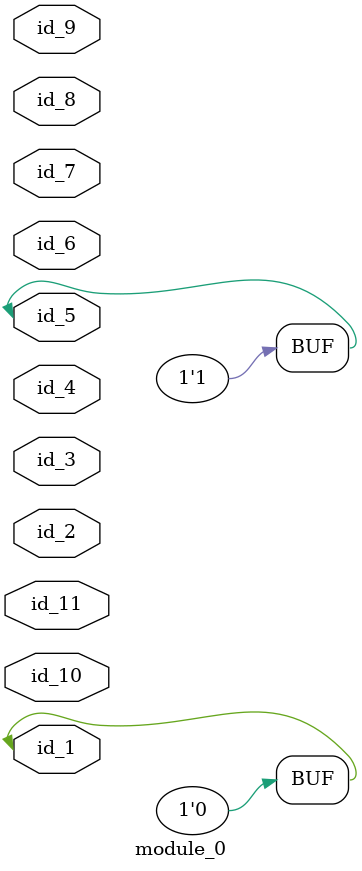
<source format=v>
module module_0 (
    id_1,
    id_2,
    id_3,
    id_4,
    id_5,
    id_6,
    id_7,
    id_8,
    id_9,
    id_10,
    id_11
);
  inout id_11;
  input id_10;
  inout id_9;
  input id_8;
  input id_7;
  input id_6;
  inout id_5;
  inout id_4;
  inout id_3;
  input id_2;
  inout id_1;
  assign id_1 = 1'b0;
  assign id_5 = 1;
endmodule

</source>
